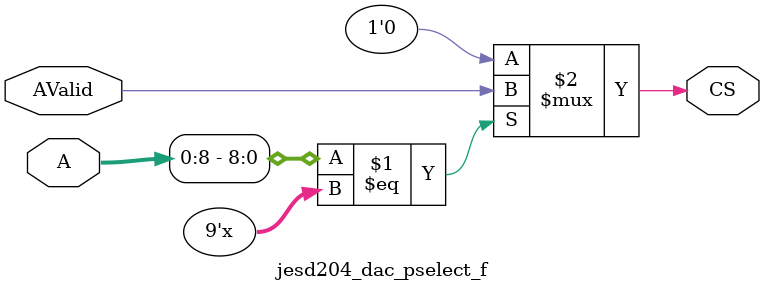
<source format=v>
`timescale 1 ps/1 ps

module jesd204_dac_pselect_f ( A, AValid, CS) ;

parameter C_AB  = 9;
parameter C_AW  = 32;
parameter [0:C_AW - 1] C_BAR =  'bz;
parameter C_FAMILY  = "nofamily";
input[0:C_AW-1] A; 
input AValid; 
output CS; 
wire CS;
parameter [0:C_AB-1]BAR = C_BAR[0:C_AB-1];

//----------------------------------------------------------------------------
// Build a behavioral decoder
//----------------------------------------------------------------------------
generate
if (C_AB > 0) begin : XST_WA
assign CS = (A[0:C_AB - 1] == BAR[0:C_AB - 1]) ? AValid : 1'b0 ;
end
endgenerate

generate
if (C_AB == 0) begin : PASS_ON_GEN
assign CS = AValid ;
end
endgenerate
endmodule

</source>
